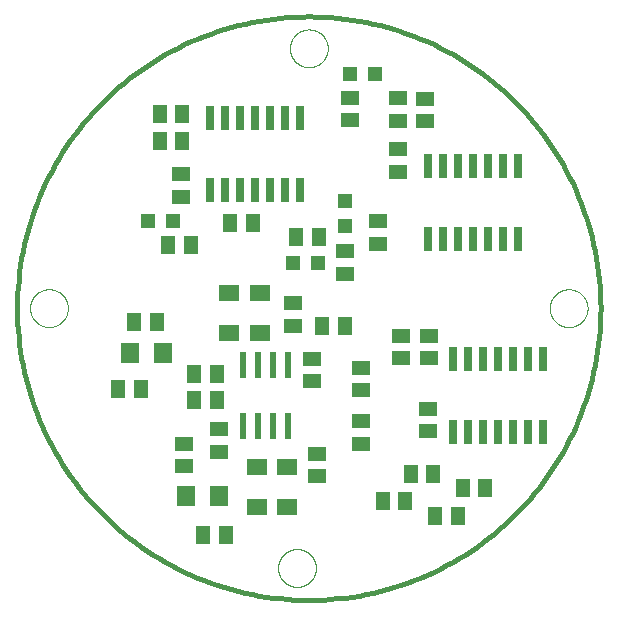
<source format=gtp>
G75*
%MOIN*%
%OFA0B0*%
%FSLAX25Y25*%
%IPPOS*%
%LPD*%
%AMOC8*
5,1,8,0,0,1.08239X$1,22.5*
%
%ADD10C,0.01600*%
%ADD11C,0.00000*%
%ADD12R,0.05118X0.05906*%
%ADD13R,0.05906X0.05118*%
%ADD14R,0.07087X0.05512*%
%ADD15R,0.02600X0.08000*%
%ADD16R,0.02362X0.08661*%
%ADD17R,0.06299X0.07098*%
%ADD18R,0.04724X0.04724*%
D10*
X0002582Y0099819D02*
X0002611Y0102205D01*
X0002699Y0104590D01*
X0002845Y0106972D01*
X0003050Y0109350D01*
X0003313Y0111722D01*
X0003634Y0114087D01*
X0004014Y0116443D01*
X0004450Y0118789D01*
X0004945Y0121124D01*
X0005496Y0123446D01*
X0006104Y0125753D01*
X0006769Y0128045D01*
X0007490Y0130320D01*
X0008266Y0132577D01*
X0009098Y0134814D01*
X0009984Y0137030D01*
X0010924Y0139223D01*
X0011918Y0141393D01*
X0012965Y0143538D01*
X0014064Y0145656D01*
X0015214Y0147747D01*
X0016416Y0149809D01*
X0017668Y0151841D01*
X0018969Y0153841D01*
X0020320Y0155809D01*
X0021718Y0157743D01*
X0023163Y0159642D01*
X0024654Y0161505D01*
X0026190Y0163332D01*
X0027771Y0165119D01*
X0029395Y0166868D01*
X0031062Y0168576D01*
X0032770Y0170243D01*
X0034519Y0171867D01*
X0036306Y0173448D01*
X0038133Y0174984D01*
X0039996Y0176475D01*
X0041895Y0177920D01*
X0043829Y0179318D01*
X0045797Y0180669D01*
X0047797Y0181970D01*
X0049829Y0183222D01*
X0051891Y0184424D01*
X0053982Y0185574D01*
X0056100Y0186673D01*
X0058245Y0187720D01*
X0060415Y0188714D01*
X0062608Y0189654D01*
X0064824Y0190540D01*
X0067061Y0191372D01*
X0069318Y0192148D01*
X0071593Y0192869D01*
X0073885Y0193534D01*
X0076192Y0194142D01*
X0078514Y0194693D01*
X0080849Y0195188D01*
X0083195Y0195624D01*
X0085551Y0196004D01*
X0087916Y0196325D01*
X0090288Y0196588D01*
X0092666Y0196793D01*
X0095048Y0196939D01*
X0097433Y0197027D01*
X0099819Y0197056D01*
X0102205Y0197027D01*
X0104590Y0196939D01*
X0106972Y0196793D01*
X0109350Y0196588D01*
X0111722Y0196325D01*
X0114087Y0196004D01*
X0116443Y0195624D01*
X0118789Y0195188D01*
X0121124Y0194693D01*
X0123446Y0194142D01*
X0125753Y0193534D01*
X0128045Y0192869D01*
X0130320Y0192148D01*
X0132577Y0191372D01*
X0134814Y0190540D01*
X0137030Y0189654D01*
X0139223Y0188714D01*
X0141393Y0187720D01*
X0143538Y0186673D01*
X0145656Y0185574D01*
X0147747Y0184424D01*
X0149809Y0183222D01*
X0151841Y0181970D01*
X0153841Y0180669D01*
X0155809Y0179318D01*
X0157743Y0177920D01*
X0159642Y0176475D01*
X0161505Y0174984D01*
X0163332Y0173448D01*
X0165119Y0171867D01*
X0166868Y0170243D01*
X0168576Y0168576D01*
X0170243Y0166868D01*
X0171867Y0165119D01*
X0173448Y0163332D01*
X0174984Y0161505D01*
X0176475Y0159642D01*
X0177920Y0157743D01*
X0179318Y0155809D01*
X0180669Y0153841D01*
X0181970Y0151841D01*
X0183222Y0149809D01*
X0184424Y0147747D01*
X0185574Y0145656D01*
X0186673Y0143538D01*
X0187720Y0141393D01*
X0188714Y0139223D01*
X0189654Y0137030D01*
X0190540Y0134814D01*
X0191372Y0132577D01*
X0192148Y0130320D01*
X0192869Y0128045D01*
X0193534Y0125753D01*
X0194142Y0123446D01*
X0194693Y0121124D01*
X0195188Y0118789D01*
X0195624Y0116443D01*
X0196004Y0114087D01*
X0196325Y0111722D01*
X0196588Y0109350D01*
X0196793Y0106972D01*
X0196939Y0104590D01*
X0197027Y0102205D01*
X0197056Y0099819D01*
X0197027Y0097433D01*
X0196939Y0095048D01*
X0196793Y0092666D01*
X0196588Y0090288D01*
X0196325Y0087916D01*
X0196004Y0085551D01*
X0195624Y0083195D01*
X0195188Y0080849D01*
X0194693Y0078514D01*
X0194142Y0076192D01*
X0193534Y0073885D01*
X0192869Y0071593D01*
X0192148Y0069318D01*
X0191372Y0067061D01*
X0190540Y0064824D01*
X0189654Y0062608D01*
X0188714Y0060415D01*
X0187720Y0058245D01*
X0186673Y0056100D01*
X0185574Y0053982D01*
X0184424Y0051891D01*
X0183222Y0049829D01*
X0181970Y0047797D01*
X0180669Y0045797D01*
X0179318Y0043829D01*
X0177920Y0041895D01*
X0176475Y0039996D01*
X0174984Y0038133D01*
X0173448Y0036306D01*
X0171867Y0034519D01*
X0170243Y0032770D01*
X0168576Y0031062D01*
X0166868Y0029395D01*
X0165119Y0027771D01*
X0163332Y0026190D01*
X0161505Y0024654D01*
X0159642Y0023163D01*
X0157743Y0021718D01*
X0155809Y0020320D01*
X0153841Y0018969D01*
X0151841Y0017668D01*
X0149809Y0016416D01*
X0147747Y0015214D01*
X0145656Y0014064D01*
X0143538Y0012965D01*
X0141393Y0011918D01*
X0139223Y0010924D01*
X0137030Y0009984D01*
X0134814Y0009098D01*
X0132577Y0008266D01*
X0130320Y0007490D01*
X0128045Y0006769D01*
X0125753Y0006104D01*
X0123446Y0005496D01*
X0121124Y0004945D01*
X0118789Y0004450D01*
X0116443Y0004014D01*
X0114087Y0003634D01*
X0111722Y0003313D01*
X0109350Y0003050D01*
X0106972Y0002845D01*
X0104590Y0002699D01*
X0102205Y0002611D01*
X0099819Y0002582D01*
X0097433Y0002611D01*
X0095048Y0002699D01*
X0092666Y0002845D01*
X0090288Y0003050D01*
X0087916Y0003313D01*
X0085551Y0003634D01*
X0083195Y0004014D01*
X0080849Y0004450D01*
X0078514Y0004945D01*
X0076192Y0005496D01*
X0073885Y0006104D01*
X0071593Y0006769D01*
X0069318Y0007490D01*
X0067061Y0008266D01*
X0064824Y0009098D01*
X0062608Y0009984D01*
X0060415Y0010924D01*
X0058245Y0011918D01*
X0056100Y0012965D01*
X0053982Y0014064D01*
X0051891Y0015214D01*
X0049829Y0016416D01*
X0047797Y0017668D01*
X0045797Y0018969D01*
X0043829Y0020320D01*
X0041895Y0021718D01*
X0039996Y0023163D01*
X0038133Y0024654D01*
X0036306Y0026190D01*
X0034519Y0027771D01*
X0032770Y0029395D01*
X0031062Y0031062D01*
X0029395Y0032770D01*
X0027771Y0034519D01*
X0026190Y0036306D01*
X0024654Y0038133D01*
X0023163Y0039996D01*
X0021718Y0041895D01*
X0020320Y0043829D01*
X0018969Y0045797D01*
X0017668Y0047797D01*
X0016416Y0049829D01*
X0015214Y0051891D01*
X0014064Y0053982D01*
X0012965Y0056100D01*
X0011918Y0058245D01*
X0010924Y0060415D01*
X0009984Y0062608D01*
X0009098Y0064824D01*
X0008266Y0067061D01*
X0007490Y0069318D01*
X0006769Y0071593D01*
X0006104Y0073885D01*
X0005496Y0076192D01*
X0004945Y0078514D01*
X0004450Y0080849D01*
X0004014Y0083195D01*
X0003634Y0085551D01*
X0003313Y0087916D01*
X0003050Y0090288D01*
X0002845Y0092666D01*
X0002699Y0095048D01*
X0002611Y0097433D01*
X0002582Y0099819D01*
D11*
X0006906Y0099819D02*
X0006908Y0099977D01*
X0006914Y0100135D01*
X0006924Y0100293D01*
X0006938Y0100451D01*
X0006956Y0100608D01*
X0006977Y0100765D01*
X0007003Y0100921D01*
X0007033Y0101077D01*
X0007066Y0101232D01*
X0007104Y0101385D01*
X0007145Y0101538D01*
X0007190Y0101690D01*
X0007239Y0101841D01*
X0007292Y0101990D01*
X0007348Y0102138D01*
X0007408Y0102284D01*
X0007472Y0102429D01*
X0007540Y0102572D01*
X0007611Y0102714D01*
X0007685Y0102854D01*
X0007763Y0102991D01*
X0007845Y0103127D01*
X0007929Y0103261D01*
X0008018Y0103392D01*
X0008109Y0103521D01*
X0008204Y0103648D01*
X0008301Y0103773D01*
X0008402Y0103895D01*
X0008506Y0104014D01*
X0008613Y0104131D01*
X0008723Y0104245D01*
X0008836Y0104356D01*
X0008951Y0104465D01*
X0009069Y0104570D01*
X0009190Y0104672D01*
X0009313Y0104772D01*
X0009439Y0104868D01*
X0009567Y0104961D01*
X0009697Y0105051D01*
X0009830Y0105137D01*
X0009965Y0105221D01*
X0010101Y0105300D01*
X0010240Y0105377D01*
X0010381Y0105449D01*
X0010523Y0105519D01*
X0010667Y0105584D01*
X0010813Y0105646D01*
X0010960Y0105704D01*
X0011109Y0105759D01*
X0011259Y0105810D01*
X0011410Y0105857D01*
X0011562Y0105900D01*
X0011715Y0105939D01*
X0011870Y0105975D01*
X0012025Y0106006D01*
X0012181Y0106034D01*
X0012337Y0106058D01*
X0012494Y0106078D01*
X0012652Y0106094D01*
X0012809Y0106106D01*
X0012968Y0106114D01*
X0013126Y0106118D01*
X0013284Y0106118D01*
X0013442Y0106114D01*
X0013601Y0106106D01*
X0013758Y0106094D01*
X0013916Y0106078D01*
X0014073Y0106058D01*
X0014229Y0106034D01*
X0014385Y0106006D01*
X0014540Y0105975D01*
X0014695Y0105939D01*
X0014848Y0105900D01*
X0015000Y0105857D01*
X0015151Y0105810D01*
X0015301Y0105759D01*
X0015450Y0105704D01*
X0015597Y0105646D01*
X0015743Y0105584D01*
X0015887Y0105519D01*
X0016029Y0105449D01*
X0016170Y0105377D01*
X0016309Y0105300D01*
X0016445Y0105221D01*
X0016580Y0105137D01*
X0016713Y0105051D01*
X0016843Y0104961D01*
X0016971Y0104868D01*
X0017097Y0104772D01*
X0017220Y0104672D01*
X0017341Y0104570D01*
X0017459Y0104465D01*
X0017574Y0104356D01*
X0017687Y0104245D01*
X0017797Y0104131D01*
X0017904Y0104014D01*
X0018008Y0103895D01*
X0018109Y0103773D01*
X0018206Y0103648D01*
X0018301Y0103521D01*
X0018392Y0103392D01*
X0018481Y0103261D01*
X0018565Y0103127D01*
X0018647Y0102991D01*
X0018725Y0102854D01*
X0018799Y0102714D01*
X0018870Y0102572D01*
X0018938Y0102429D01*
X0019002Y0102284D01*
X0019062Y0102138D01*
X0019118Y0101990D01*
X0019171Y0101841D01*
X0019220Y0101690D01*
X0019265Y0101538D01*
X0019306Y0101385D01*
X0019344Y0101232D01*
X0019377Y0101077D01*
X0019407Y0100921D01*
X0019433Y0100765D01*
X0019454Y0100608D01*
X0019472Y0100451D01*
X0019486Y0100293D01*
X0019496Y0100135D01*
X0019502Y0099977D01*
X0019504Y0099819D01*
X0019502Y0099661D01*
X0019496Y0099503D01*
X0019486Y0099345D01*
X0019472Y0099187D01*
X0019454Y0099030D01*
X0019433Y0098873D01*
X0019407Y0098717D01*
X0019377Y0098561D01*
X0019344Y0098406D01*
X0019306Y0098253D01*
X0019265Y0098100D01*
X0019220Y0097948D01*
X0019171Y0097797D01*
X0019118Y0097648D01*
X0019062Y0097500D01*
X0019002Y0097354D01*
X0018938Y0097209D01*
X0018870Y0097066D01*
X0018799Y0096924D01*
X0018725Y0096784D01*
X0018647Y0096647D01*
X0018565Y0096511D01*
X0018481Y0096377D01*
X0018392Y0096246D01*
X0018301Y0096117D01*
X0018206Y0095990D01*
X0018109Y0095865D01*
X0018008Y0095743D01*
X0017904Y0095624D01*
X0017797Y0095507D01*
X0017687Y0095393D01*
X0017574Y0095282D01*
X0017459Y0095173D01*
X0017341Y0095068D01*
X0017220Y0094966D01*
X0017097Y0094866D01*
X0016971Y0094770D01*
X0016843Y0094677D01*
X0016713Y0094587D01*
X0016580Y0094501D01*
X0016445Y0094417D01*
X0016309Y0094338D01*
X0016170Y0094261D01*
X0016029Y0094189D01*
X0015887Y0094119D01*
X0015743Y0094054D01*
X0015597Y0093992D01*
X0015450Y0093934D01*
X0015301Y0093879D01*
X0015151Y0093828D01*
X0015000Y0093781D01*
X0014848Y0093738D01*
X0014695Y0093699D01*
X0014540Y0093663D01*
X0014385Y0093632D01*
X0014229Y0093604D01*
X0014073Y0093580D01*
X0013916Y0093560D01*
X0013758Y0093544D01*
X0013601Y0093532D01*
X0013442Y0093524D01*
X0013284Y0093520D01*
X0013126Y0093520D01*
X0012968Y0093524D01*
X0012809Y0093532D01*
X0012652Y0093544D01*
X0012494Y0093560D01*
X0012337Y0093580D01*
X0012181Y0093604D01*
X0012025Y0093632D01*
X0011870Y0093663D01*
X0011715Y0093699D01*
X0011562Y0093738D01*
X0011410Y0093781D01*
X0011259Y0093828D01*
X0011109Y0093879D01*
X0010960Y0093934D01*
X0010813Y0093992D01*
X0010667Y0094054D01*
X0010523Y0094119D01*
X0010381Y0094189D01*
X0010240Y0094261D01*
X0010101Y0094338D01*
X0009965Y0094417D01*
X0009830Y0094501D01*
X0009697Y0094587D01*
X0009567Y0094677D01*
X0009439Y0094770D01*
X0009313Y0094866D01*
X0009190Y0094966D01*
X0009069Y0095068D01*
X0008951Y0095173D01*
X0008836Y0095282D01*
X0008723Y0095393D01*
X0008613Y0095507D01*
X0008506Y0095624D01*
X0008402Y0095743D01*
X0008301Y0095865D01*
X0008204Y0095990D01*
X0008109Y0096117D01*
X0008018Y0096246D01*
X0007929Y0096377D01*
X0007845Y0096511D01*
X0007763Y0096647D01*
X0007685Y0096784D01*
X0007611Y0096924D01*
X0007540Y0097066D01*
X0007472Y0097209D01*
X0007408Y0097354D01*
X0007348Y0097500D01*
X0007292Y0097648D01*
X0007239Y0097797D01*
X0007190Y0097948D01*
X0007145Y0098100D01*
X0007104Y0098253D01*
X0007066Y0098406D01*
X0007033Y0098561D01*
X0007003Y0098717D01*
X0006977Y0098873D01*
X0006956Y0099030D01*
X0006938Y0099187D01*
X0006924Y0099345D01*
X0006914Y0099503D01*
X0006908Y0099661D01*
X0006906Y0099819D01*
X0089583Y0013205D02*
X0089585Y0013363D01*
X0089591Y0013521D01*
X0089601Y0013679D01*
X0089615Y0013837D01*
X0089633Y0013994D01*
X0089654Y0014151D01*
X0089680Y0014307D01*
X0089710Y0014463D01*
X0089743Y0014618D01*
X0089781Y0014771D01*
X0089822Y0014924D01*
X0089867Y0015076D01*
X0089916Y0015227D01*
X0089969Y0015376D01*
X0090025Y0015524D01*
X0090085Y0015670D01*
X0090149Y0015815D01*
X0090217Y0015958D01*
X0090288Y0016100D01*
X0090362Y0016240D01*
X0090440Y0016377D01*
X0090522Y0016513D01*
X0090606Y0016647D01*
X0090695Y0016778D01*
X0090786Y0016907D01*
X0090881Y0017034D01*
X0090978Y0017159D01*
X0091079Y0017281D01*
X0091183Y0017400D01*
X0091290Y0017517D01*
X0091400Y0017631D01*
X0091513Y0017742D01*
X0091628Y0017851D01*
X0091746Y0017956D01*
X0091867Y0018058D01*
X0091990Y0018158D01*
X0092116Y0018254D01*
X0092244Y0018347D01*
X0092374Y0018437D01*
X0092507Y0018523D01*
X0092642Y0018607D01*
X0092778Y0018686D01*
X0092917Y0018763D01*
X0093058Y0018835D01*
X0093200Y0018905D01*
X0093344Y0018970D01*
X0093490Y0019032D01*
X0093637Y0019090D01*
X0093786Y0019145D01*
X0093936Y0019196D01*
X0094087Y0019243D01*
X0094239Y0019286D01*
X0094392Y0019325D01*
X0094547Y0019361D01*
X0094702Y0019392D01*
X0094858Y0019420D01*
X0095014Y0019444D01*
X0095171Y0019464D01*
X0095329Y0019480D01*
X0095486Y0019492D01*
X0095645Y0019500D01*
X0095803Y0019504D01*
X0095961Y0019504D01*
X0096119Y0019500D01*
X0096278Y0019492D01*
X0096435Y0019480D01*
X0096593Y0019464D01*
X0096750Y0019444D01*
X0096906Y0019420D01*
X0097062Y0019392D01*
X0097217Y0019361D01*
X0097372Y0019325D01*
X0097525Y0019286D01*
X0097677Y0019243D01*
X0097828Y0019196D01*
X0097978Y0019145D01*
X0098127Y0019090D01*
X0098274Y0019032D01*
X0098420Y0018970D01*
X0098564Y0018905D01*
X0098706Y0018835D01*
X0098847Y0018763D01*
X0098986Y0018686D01*
X0099122Y0018607D01*
X0099257Y0018523D01*
X0099390Y0018437D01*
X0099520Y0018347D01*
X0099648Y0018254D01*
X0099774Y0018158D01*
X0099897Y0018058D01*
X0100018Y0017956D01*
X0100136Y0017851D01*
X0100251Y0017742D01*
X0100364Y0017631D01*
X0100474Y0017517D01*
X0100581Y0017400D01*
X0100685Y0017281D01*
X0100786Y0017159D01*
X0100883Y0017034D01*
X0100978Y0016907D01*
X0101069Y0016778D01*
X0101158Y0016647D01*
X0101242Y0016513D01*
X0101324Y0016377D01*
X0101402Y0016240D01*
X0101476Y0016100D01*
X0101547Y0015958D01*
X0101615Y0015815D01*
X0101679Y0015670D01*
X0101739Y0015524D01*
X0101795Y0015376D01*
X0101848Y0015227D01*
X0101897Y0015076D01*
X0101942Y0014924D01*
X0101983Y0014771D01*
X0102021Y0014618D01*
X0102054Y0014463D01*
X0102084Y0014307D01*
X0102110Y0014151D01*
X0102131Y0013994D01*
X0102149Y0013837D01*
X0102163Y0013679D01*
X0102173Y0013521D01*
X0102179Y0013363D01*
X0102181Y0013205D01*
X0102179Y0013047D01*
X0102173Y0012889D01*
X0102163Y0012731D01*
X0102149Y0012573D01*
X0102131Y0012416D01*
X0102110Y0012259D01*
X0102084Y0012103D01*
X0102054Y0011947D01*
X0102021Y0011792D01*
X0101983Y0011639D01*
X0101942Y0011486D01*
X0101897Y0011334D01*
X0101848Y0011183D01*
X0101795Y0011034D01*
X0101739Y0010886D01*
X0101679Y0010740D01*
X0101615Y0010595D01*
X0101547Y0010452D01*
X0101476Y0010310D01*
X0101402Y0010170D01*
X0101324Y0010033D01*
X0101242Y0009897D01*
X0101158Y0009763D01*
X0101069Y0009632D01*
X0100978Y0009503D01*
X0100883Y0009376D01*
X0100786Y0009251D01*
X0100685Y0009129D01*
X0100581Y0009010D01*
X0100474Y0008893D01*
X0100364Y0008779D01*
X0100251Y0008668D01*
X0100136Y0008559D01*
X0100018Y0008454D01*
X0099897Y0008352D01*
X0099774Y0008252D01*
X0099648Y0008156D01*
X0099520Y0008063D01*
X0099390Y0007973D01*
X0099257Y0007887D01*
X0099122Y0007803D01*
X0098986Y0007724D01*
X0098847Y0007647D01*
X0098706Y0007575D01*
X0098564Y0007505D01*
X0098420Y0007440D01*
X0098274Y0007378D01*
X0098127Y0007320D01*
X0097978Y0007265D01*
X0097828Y0007214D01*
X0097677Y0007167D01*
X0097525Y0007124D01*
X0097372Y0007085D01*
X0097217Y0007049D01*
X0097062Y0007018D01*
X0096906Y0006990D01*
X0096750Y0006966D01*
X0096593Y0006946D01*
X0096435Y0006930D01*
X0096278Y0006918D01*
X0096119Y0006910D01*
X0095961Y0006906D01*
X0095803Y0006906D01*
X0095645Y0006910D01*
X0095486Y0006918D01*
X0095329Y0006930D01*
X0095171Y0006946D01*
X0095014Y0006966D01*
X0094858Y0006990D01*
X0094702Y0007018D01*
X0094547Y0007049D01*
X0094392Y0007085D01*
X0094239Y0007124D01*
X0094087Y0007167D01*
X0093936Y0007214D01*
X0093786Y0007265D01*
X0093637Y0007320D01*
X0093490Y0007378D01*
X0093344Y0007440D01*
X0093200Y0007505D01*
X0093058Y0007575D01*
X0092917Y0007647D01*
X0092778Y0007724D01*
X0092642Y0007803D01*
X0092507Y0007887D01*
X0092374Y0007973D01*
X0092244Y0008063D01*
X0092116Y0008156D01*
X0091990Y0008252D01*
X0091867Y0008352D01*
X0091746Y0008454D01*
X0091628Y0008559D01*
X0091513Y0008668D01*
X0091400Y0008779D01*
X0091290Y0008893D01*
X0091183Y0009010D01*
X0091079Y0009129D01*
X0090978Y0009251D01*
X0090881Y0009376D01*
X0090786Y0009503D01*
X0090695Y0009632D01*
X0090606Y0009763D01*
X0090522Y0009897D01*
X0090440Y0010033D01*
X0090362Y0010170D01*
X0090288Y0010310D01*
X0090217Y0010452D01*
X0090149Y0010595D01*
X0090085Y0010740D01*
X0090025Y0010886D01*
X0089969Y0011034D01*
X0089916Y0011183D01*
X0089867Y0011334D01*
X0089822Y0011486D01*
X0089781Y0011639D01*
X0089743Y0011792D01*
X0089710Y0011947D01*
X0089680Y0012103D01*
X0089654Y0012259D01*
X0089633Y0012416D01*
X0089615Y0012573D01*
X0089601Y0012731D01*
X0089591Y0012889D01*
X0089585Y0013047D01*
X0089583Y0013205D01*
X0180134Y0099819D02*
X0180136Y0099977D01*
X0180142Y0100135D01*
X0180152Y0100293D01*
X0180166Y0100451D01*
X0180184Y0100608D01*
X0180205Y0100765D01*
X0180231Y0100921D01*
X0180261Y0101077D01*
X0180294Y0101232D01*
X0180332Y0101385D01*
X0180373Y0101538D01*
X0180418Y0101690D01*
X0180467Y0101841D01*
X0180520Y0101990D01*
X0180576Y0102138D01*
X0180636Y0102284D01*
X0180700Y0102429D01*
X0180768Y0102572D01*
X0180839Y0102714D01*
X0180913Y0102854D01*
X0180991Y0102991D01*
X0181073Y0103127D01*
X0181157Y0103261D01*
X0181246Y0103392D01*
X0181337Y0103521D01*
X0181432Y0103648D01*
X0181529Y0103773D01*
X0181630Y0103895D01*
X0181734Y0104014D01*
X0181841Y0104131D01*
X0181951Y0104245D01*
X0182064Y0104356D01*
X0182179Y0104465D01*
X0182297Y0104570D01*
X0182418Y0104672D01*
X0182541Y0104772D01*
X0182667Y0104868D01*
X0182795Y0104961D01*
X0182925Y0105051D01*
X0183058Y0105137D01*
X0183193Y0105221D01*
X0183329Y0105300D01*
X0183468Y0105377D01*
X0183609Y0105449D01*
X0183751Y0105519D01*
X0183895Y0105584D01*
X0184041Y0105646D01*
X0184188Y0105704D01*
X0184337Y0105759D01*
X0184487Y0105810D01*
X0184638Y0105857D01*
X0184790Y0105900D01*
X0184943Y0105939D01*
X0185098Y0105975D01*
X0185253Y0106006D01*
X0185409Y0106034D01*
X0185565Y0106058D01*
X0185722Y0106078D01*
X0185880Y0106094D01*
X0186037Y0106106D01*
X0186196Y0106114D01*
X0186354Y0106118D01*
X0186512Y0106118D01*
X0186670Y0106114D01*
X0186829Y0106106D01*
X0186986Y0106094D01*
X0187144Y0106078D01*
X0187301Y0106058D01*
X0187457Y0106034D01*
X0187613Y0106006D01*
X0187768Y0105975D01*
X0187923Y0105939D01*
X0188076Y0105900D01*
X0188228Y0105857D01*
X0188379Y0105810D01*
X0188529Y0105759D01*
X0188678Y0105704D01*
X0188825Y0105646D01*
X0188971Y0105584D01*
X0189115Y0105519D01*
X0189257Y0105449D01*
X0189398Y0105377D01*
X0189537Y0105300D01*
X0189673Y0105221D01*
X0189808Y0105137D01*
X0189941Y0105051D01*
X0190071Y0104961D01*
X0190199Y0104868D01*
X0190325Y0104772D01*
X0190448Y0104672D01*
X0190569Y0104570D01*
X0190687Y0104465D01*
X0190802Y0104356D01*
X0190915Y0104245D01*
X0191025Y0104131D01*
X0191132Y0104014D01*
X0191236Y0103895D01*
X0191337Y0103773D01*
X0191434Y0103648D01*
X0191529Y0103521D01*
X0191620Y0103392D01*
X0191709Y0103261D01*
X0191793Y0103127D01*
X0191875Y0102991D01*
X0191953Y0102854D01*
X0192027Y0102714D01*
X0192098Y0102572D01*
X0192166Y0102429D01*
X0192230Y0102284D01*
X0192290Y0102138D01*
X0192346Y0101990D01*
X0192399Y0101841D01*
X0192448Y0101690D01*
X0192493Y0101538D01*
X0192534Y0101385D01*
X0192572Y0101232D01*
X0192605Y0101077D01*
X0192635Y0100921D01*
X0192661Y0100765D01*
X0192682Y0100608D01*
X0192700Y0100451D01*
X0192714Y0100293D01*
X0192724Y0100135D01*
X0192730Y0099977D01*
X0192732Y0099819D01*
X0192730Y0099661D01*
X0192724Y0099503D01*
X0192714Y0099345D01*
X0192700Y0099187D01*
X0192682Y0099030D01*
X0192661Y0098873D01*
X0192635Y0098717D01*
X0192605Y0098561D01*
X0192572Y0098406D01*
X0192534Y0098253D01*
X0192493Y0098100D01*
X0192448Y0097948D01*
X0192399Y0097797D01*
X0192346Y0097648D01*
X0192290Y0097500D01*
X0192230Y0097354D01*
X0192166Y0097209D01*
X0192098Y0097066D01*
X0192027Y0096924D01*
X0191953Y0096784D01*
X0191875Y0096647D01*
X0191793Y0096511D01*
X0191709Y0096377D01*
X0191620Y0096246D01*
X0191529Y0096117D01*
X0191434Y0095990D01*
X0191337Y0095865D01*
X0191236Y0095743D01*
X0191132Y0095624D01*
X0191025Y0095507D01*
X0190915Y0095393D01*
X0190802Y0095282D01*
X0190687Y0095173D01*
X0190569Y0095068D01*
X0190448Y0094966D01*
X0190325Y0094866D01*
X0190199Y0094770D01*
X0190071Y0094677D01*
X0189941Y0094587D01*
X0189808Y0094501D01*
X0189673Y0094417D01*
X0189537Y0094338D01*
X0189398Y0094261D01*
X0189257Y0094189D01*
X0189115Y0094119D01*
X0188971Y0094054D01*
X0188825Y0093992D01*
X0188678Y0093934D01*
X0188529Y0093879D01*
X0188379Y0093828D01*
X0188228Y0093781D01*
X0188076Y0093738D01*
X0187923Y0093699D01*
X0187768Y0093663D01*
X0187613Y0093632D01*
X0187457Y0093604D01*
X0187301Y0093580D01*
X0187144Y0093560D01*
X0186986Y0093544D01*
X0186829Y0093532D01*
X0186670Y0093524D01*
X0186512Y0093520D01*
X0186354Y0093520D01*
X0186196Y0093524D01*
X0186037Y0093532D01*
X0185880Y0093544D01*
X0185722Y0093560D01*
X0185565Y0093580D01*
X0185409Y0093604D01*
X0185253Y0093632D01*
X0185098Y0093663D01*
X0184943Y0093699D01*
X0184790Y0093738D01*
X0184638Y0093781D01*
X0184487Y0093828D01*
X0184337Y0093879D01*
X0184188Y0093934D01*
X0184041Y0093992D01*
X0183895Y0094054D01*
X0183751Y0094119D01*
X0183609Y0094189D01*
X0183468Y0094261D01*
X0183329Y0094338D01*
X0183193Y0094417D01*
X0183058Y0094501D01*
X0182925Y0094587D01*
X0182795Y0094677D01*
X0182667Y0094770D01*
X0182541Y0094866D01*
X0182418Y0094966D01*
X0182297Y0095068D01*
X0182179Y0095173D01*
X0182064Y0095282D01*
X0181951Y0095393D01*
X0181841Y0095507D01*
X0181734Y0095624D01*
X0181630Y0095743D01*
X0181529Y0095865D01*
X0181432Y0095990D01*
X0181337Y0096117D01*
X0181246Y0096246D01*
X0181157Y0096377D01*
X0181073Y0096511D01*
X0180991Y0096647D01*
X0180913Y0096784D01*
X0180839Y0096924D01*
X0180768Y0097066D01*
X0180700Y0097209D01*
X0180636Y0097354D01*
X0180576Y0097500D01*
X0180520Y0097648D01*
X0180467Y0097797D01*
X0180418Y0097948D01*
X0180373Y0098100D01*
X0180332Y0098253D01*
X0180294Y0098406D01*
X0180261Y0098561D01*
X0180231Y0098717D01*
X0180205Y0098873D01*
X0180184Y0099030D01*
X0180166Y0099187D01*
X0180152Y0099345D01*
X0180142Y0099503D01*
X0180136Y0099661D01*
X0180134Y0099819D01*
X0093520Y0186433D02*
X0093522Y0186591D01*
X0093528Y0186749D01*
X0093538Y0186907D01*
X0093552Y0187065D01*
X0093570Y0187222D01*
X0093591Y0187379D01*
X0093617Y0187535D01*
X0093647Y0187691D01*
X0093680Y0187846D01*
X0093718Y0187999D01*
X0093759Y0188152D01*
X0093804Y0188304D01*
X0093853Y0188455D01*
X0093906Y0188604D01*
X0093962Y0188752D01*
X0094022Y0188898D01*
X0094086Y0189043D01*
X0094154Y0189186D01*
X0094225Y0189328D01*
X0094299Y0189468D01*
X0094377Y0189605D01*
X0094459Y0189741D01*
X0094543Y0189875D01*
X0094632Y0190006D01*
X0094723Y0190135D01*
X0094818Y0190262D01*
X0094915Y0190387D01*
X0095016Y0190509D01*
X0095120Y0190628D01*
X0095227Y0190745D01*
X0095337Y0190859D01*
X0095450Y0190970D01*
X0095565Y0191079D01*
X0095683Y0191184D01*
X0095804Y0191286D01*
X0095927Y0191386D01*
X0096053Y0191482D01*
X0096181Y0191575D01*
X0096311Y0191665D01*
X0096444Y0191751D01*
X0096579Y0191835D01*
X0096715Y0191914D01*
X0096854Y0191991D01*
X0096995Y0192063D01*
X0097137Y0192133D01*
X0097281Y0192198D01*
X0097427Y0192260D01*
X0097574Y0192318D01*
X0097723Y0192373D01*
X0097873Y0192424D01*
X0098024Y0192471D01*
X0098176Y0192514D01*
X0098329Y0192553D01*
X0098484Y0192589D01*
X0098639Y0192620D01*
X0098795Y0192648D01*
X0098951Y0192672D01*
X0099108Y0192692D01*
X0099266Y0192708D01*
X0099423Y0192720D01*
X0099582Y0192728D01*
X0099740Y0192732D01*
X0099898Y0192732D01*
X0100056Y0192728D01*
X0100215Y0192720D01*
X0100372Y0192708D01*
X0100530Y0192692D01*
X0100687Y0192672D01*
X0100843Y0192648D01*
X0100999Y0192620D01*
X0101154Y0192589D01*
X0101309Y0192553D01*
X0101462Y0192514D01*
X0101614Y0192471D01*
X0101765Y0192424D01*
X0101915Y0192373D01*
X0102064Y0192318D01*
X0102211Y0192260D01*
X0102357Y0192198D01*
X0102501Y0192133D01*
X0102643Y0192063D01*
X0102784Y0191991D01*
X0102923Y0191914D01*
X0103059Y0191835D01*
X0103194Y0191751D01*
X0103327Y0191665D01*
X0103457Y0191575D01*
X0103585Y0191482D01*
X0103711Y0191386D01*
X0103834Y0191286D01*
X0103955Y0191184D01*
X0104073Y0191079D01*
X0104188Y0190970D01*
X0104301Y0190859D01*
X0104411Y0190745D01*
X0104518Y0190628D01*
X0104622Y0190509D01*
X0104723Y0190387D01*
X0104820Y0190262D01*
X0104915Y0190135D01*
X0105006Y0190006D01*
X0105095Y0189875D01*
X0105179Y0189741D01*
X0105261Y0189605D01*
X0105339Y0189468D01*
X0105413Y0189328D01*
X0105484Y0189186D01*
X0105552Y0189043D01*
X0105616Y0188898D01*
X0105676Y0188752D01*
X0105732Y0188604D01*
X0105785Y0188455D01*
X0105834Y0188304D01*
X0105879Y0188152D01*
X0105920Y0187999D01*
X0105958Y0187846D01*
X0105991Y0187691D01*
X0106021Y0187535D01*
X0106047Y0187379D01*
X0106068Y0187222D01*
X0106086Y0187065D01*
X0106100Y0186907D01*
X0106110Y0186749D01*
X0106116Y0186591D01*
X0106118Y0186433D01*
X0106116Y0186275D01*
X0106110Y0186117D01*
X0106100Y0185959D01*
X0106086Y0185801D01*
X0106068Y0185644D01*
X0106047Y0185487D01*
X0106021Y0185331D01*
X0105991Y0185175D01*
X0105958Y0185020D01*
X0105920Y0184867D01*
X0105879Y0184714D01*
X0105834Y0184562D01*
X0105785Y0184411D01*
X0105732Y0184262D01*
X0105676Y0184114D01*
X0105616Y0183968D01*
X0105552Y0183823D01*
X0105484Y0183680D01*
X0105413Y0183538D01*
X0105339Y0183398D01*
X0105261Y0183261D01*
X0105179Y0183125D01*
X0105095Y0182991D01*
X0105006Y0182860D01*
X0104915Y0182731D01*
X0104820Y0182604D01*
X0104723Y0182479D01*
X0104622Y0182357D01*
X0104518Y0182238D01*
X0104411Y0182121D01*
X0104301Y0182007D01*
X0104188Y0181896D01*
X0104073Y0181787D01*
X0103955Y0181682D01*
X0103834Y0181580D01*
X0103711Y0181480D01*
X0103585Y0181384D01*
X0103457Y0181291D01*
X0103327Y0181201D01*
X0103194Y0181115D01*
X0103059Y0181031D01*
X0102923Y0180952D01*
X0102784Y0180875D01*
X0102643Y0180803D01*
X0102501Y0180733D01*
X0102357Y0180668D01*
X0102211Y0180606D01*
X0102064Y0180548D01*
X0101915Y0180493D01*
X0101765Y0180442D01*
X0101614Y0180395D01*
X0101462Y0180352D01*
X0101309Y0180313D01*
X0101154Y0180277D01*
X0100999Y0180246D01*
X0100843Y0180218D01*
X0100687Y0180194D01*
X0100530Y0180174D01*
X0100372Y0180158D01*
X0100215Y0180146D01*
X0100056Y0180138D01*
X0099898Y0180134D01*
X0099740Y0180134D01*
X0099582Y0180138D01*
X0099423Y0180146D01*
X0099266Y0180158D01*
X0099108Y0180174D01*
X0098951Y0180194D01*
X0098795Y0180218D01*
X0098639Y0180246D01*
X0098484Y0180277D01*
X0098329Y0180313D01*
X0098176Y0180352D01*
X0098024Y0180395D01*
X0097873Y0180442D01*
X0097723Y0180493D01*
X0097574Y0180548D01*
X0097427Y0180606D01*
X0097281Y0180668D01*
X0097137Y0180733D01*
X0096995Y0180803D01*
X0096854Y0180875D01*
X0096715Y0180952D01*
X0096579Y0181031D01*
X0096444Y0181115D01*
X0096311Y0181201D01*
X0096181Y0181291D01*
X0096053Y0181384D01*
X0095927Y0181480D01*
X0095804Y0181580D01*
X0095683Y0181682D01*
X0095565Y0181787D01*
X0095450Y0181896D01*
X0095337Y0182007D01*
X0095227Y0182121D01*
X0095120Y0182238D01*
X0095016Y0182357D01*
X0094915Y0182479D01*
X0094818Y0182604D01*
X0094723Y0182731D01*
X0094632Y0182860D01*
X0094543Y0182991D01*
X0094459Y0183125D01*
X0094377Y0183261D01*
X0094299Y0183398D01*
X0094225Y0183538D01*
X0094154Y0183680D01*
X0094086Y0183823D01*
X0094022Y0183968D01*
X0093962Y0184114D01*
X0093906Y0184262D01*
X0093853Y0184411D01*
X0093804Y0184562D01*
X0093759Y0184714D01*
X0093718Y0184867D01*
X0093680Y0185020D01*
X0093647Y0185175D01*
X0093617Y0185331D01*
X0093591Y0185487D01*
X0093570Y0185644D01*
X0093552Y0185801D01*
X0093538Y0185959D01*
X0093528Y0186117D01*
X0093522Y0186275D01*
X0093520Y0186433D01*
D12*
X0057654Y0164457D03*
X0050173Y0164457D03*
X0050173Y0155402D03*
X0057654Y0155402D03*
X0073638Y0128362D03*
X0081118Y0128362D03*
X0095685Y0123638D03*
X0103165Y0123638D03*
X0104323Y0093850D03*
X0111803Y0093850D03*
X0069189Y0077898D03*
X0061709Y0077898D03*
X0061709Y0069276D03*
X0069189Y0069276D03*
X0043780Y0072937D03*
X0036299Y0072937D03*
X0041709Y0095323D03*
X0049189Y0095323D03*
X0052969Y0120882D03*
X0060449Y0120882D03*
X0133756Y0044575D03*
X0141236Y0044575D03*
X0151197Y0039850D03*
X0158677Y0039850D03*
X0149425Y0030598D03*
X0141945Y0030598D03*
X0131984Y0035520D03*
X0124504Y0035520D03*
X0072189Y0024307D03*
X0064709Y0024307D03*
D13*
X0058150Y0047134D03*
X0058150Y0054614D03*
X0069835Y0052008D03*
X0069835Y0059488D03*
X0101000Y0075488D03*
X0101000Y0082969D03*
X0094575Y0094008D03*
X0094575Y0101488D03*
X0112024Y0111236D03*
X0112024Y0118717D03*
X0122976Y0121354D03*
X0122976Y0128835D03*
X0129417Y0145370D03*
X0129417Y0152850D03*
X0129417Y0162260D03*
X0129417Y0169740D03*
X0138472Y0169661D03*
X0138472Y0162181D03*
X0113598Y0162417D03*
X0113598Y0169898D03*
X0057102Y0144504D03*
X0057102Y0137024D03*
X0117220Y0079913D03*
X0117220Y0072433D03*
X0117339Y0062134D03*
X0117339Y0054654D03*
X0102567Y0051331D03*
X0102567Y0043850D03*
X0139661Y0058772D03*
X0139661Y0066252D03*
X0139850Y0083165D03*
X0139850Y0090646D03*
X0130598Y0090606D03*
X0130598Y0083126D03*
D14*
X0092567Y0046803D03*
X0082386Y0046803D03*
X0082386Y0033417D03*
X0092567Y0033417D03*
X0083394Y0091449D03*
X0073213Y0091449D03*
X0073213Y0104835D03*
X0083394Y0104835D03*
D15*
X0081984Y0139144D03*
X0086984Y0139144D03*
X0091984Y0139144D03*
X0096984Y0139144D03*
X0076984Y0139144D03*
X0071984Y0139144D03*
X0066984Y0139144D03*
X0066984Y0163344D03*
X0071984Y0163344D03*
X0076984Y0163344D03*
X0081984Y0163344D03*
X0086984Y0163344D03*
X0091984Y0163344D03*
X0096984Y0163344D03*
X0139661Y0147045D03*
X0144661Y0147045D03*
X0149661Y0147045D03*
X0154661Y0147045D03*
X0159661Y0147045D03*
X0164661Y0147045D03*
X0169661Y0147045D03*
X0169661Y0122845D03*
X0164661Y0122845D03*
X0159661Y0122845D03*
X0154661Y0122845D03*
X0149661Y0122845D03*
X0144661Y0122845D03*
X0139661Y0122845D03*
X0147929Y0082872D03*
X0152929Y0082872D03*
X0157929Y0082872D03*
X0162929Y0082872D03*
X0167929Y0082872D03*
X0172929Y0082872D03*
X0177929Y0082872D03*
X0177929Y0058672D03*
X0172929Y0058672D03*
X0167929Y0058672D03*
X0162929Y0058672D03*
X0157929Y0058672D03*
X0152929Y0058672D03*
X0147929Y0058672D03*
D16*
X0092831Y0060480D03*
X0087831Y0060480D03*
X0082831Y0060480D03*
X0077831Y0060480D03*
X0077831Y0080953D03*
X0082831Y0080953D03*
X0087831Y0080953D03*
X0092831Y0080953D03*
D17*
X0058819Y0037362D03*
X0070016Y0037362D03*
X0051252Y0085039D03*
X0040055Y0085039D03*
D18*
X0046276Y0128756D03*
X0054543Y0128756D03*
X0094701Y0114976D03*
X0102969Y0114976D03*
X0112024Y0127181D03*
X0112024Y0135449D03*
X0113598Y0177969D03*
X0121866Y0177969D03*
M02*

</source>
